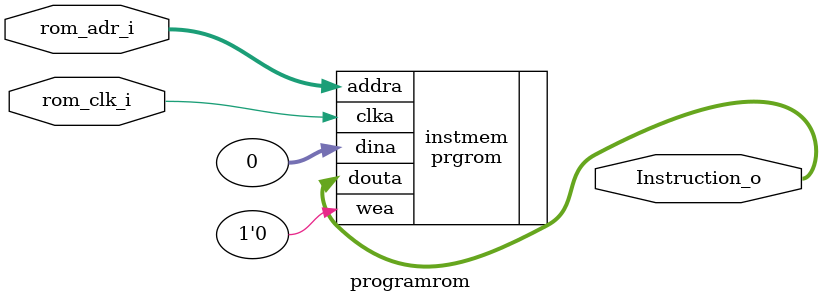
<source format=v>
`timescale 1ns / 1ps



module programrom ( 
// Program ROM Pinouts 
input rom_clk_i, // ROM clock 
input [13:0] rom_adr_i, // From IFetch 
output [31:0] Instruction_o // To IFetch 
// UART Programmer Pinouts 
//input upg_rst_i, // UPG reset (Active High) 
//input upg_clk_i, // UPG clock (10MHz) 
//input upg_wen_i, // UPG write enable 
//input[13:0] upg_adr_i, // UPG write address 
//input[31:0] upg_dat_i, // UPG write data 
//input upg_done_i // 1 if program finished 
);

//wire kickOff = upg_rst_i | (~upg_rst_i & upg_done_i ); 
//prgrom instmem ( 
//.clka (kickOff ? rom_clk_i : upg_clk_i ), 
//.wea (kickOff ? 1'b0 : upg_wen_i ), 
//.addra (kickOff ? rom_adr_i : upg_adr_i ), 
//.dina (kickOff ? 32'h00000000 : upg_dat_i ), 
//.douta (Instruction_o) ); 

    prgrom instmem (
        .clka ( rom_clk_i),
        .wea ( 1'b0 ),
        .addra ( rom_adr_i  ),
        .dina (32'h00000000),
        .douta (Instruction_o)
    );
    
endmodule
</source>
